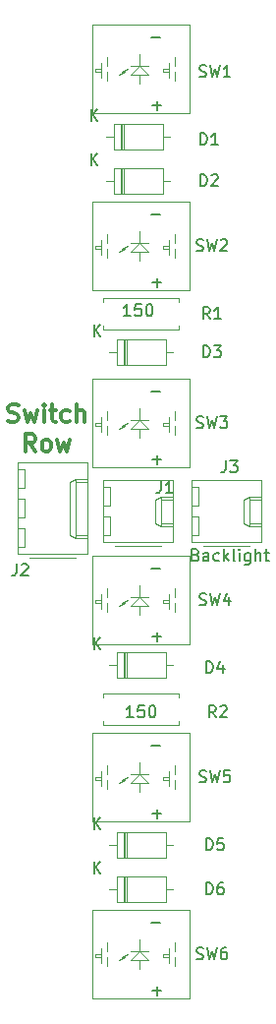
<source format=gbr>
G04 #@! TF.GenerationSoftware,KiCad,Pcbnew,(5.1.5-0-10_14)*
G04 #@! TF.CreationDate,2020-06-21T14:29:58+10:00*
G04 #@! TF.ProjectId,IFEI,49464549-2e6b-4696-9361-645f70636258,rev?*
G04 #@! TF.SameCoordinates,Original*
G04 #@! TF.FileFunction,Legend,Top*
G04 #@! TF.FilePolarity,Positive*
%FSLAX46Y46*%
G04 Gerber Fmt 4.6, Leading zero omitted, Abs format (unit mm)*
G04 Created by KiCad (PCBNEW (5.1.5-0-10_14)) date 2020-06-21 14:29:58*
%MOMM*%
%LPD*%
G04 APERTURE LIST*
%ADD10C,0.150000*%
%ADD11C,0.300000*%
%ADD12C,0.120000*%
G04 APERTURE END LIST*
D10*
X136353333Y-114994380D02*
X135781904Y-114994380D01*
X136067619Y-114994380D02*
X136067619Y-113994380D01*
X135972380Y-114137238D01*
X135877142Y-114232476D01*
X135781904Y-114280095D01*
X137258095Y-113994380D02*
X136781904Y-113994380D01*
X136734285Y-114470571D01*
X136781904Y-114422952D01*
X136877142Y-114375333D01*
X137115238Y-114375333D01*
X137210476Y-114422952D01*
X137258095Y-114470571D01*
X137305714Y-114565809D01*
X137305714Y-114803904D01*
X137258095Y-114899142D01*
X137210476Y-114946761D01*
X137115238Y-114994380D01*
X136877142Y-114994380D01*
X136781904Y-114946761D01*
X136734285Y-114899142D01*
X137924761Y-113994380D02*
X138020000Y-113994380D01*
X138115238Y-114042000D01*
X138162857Y-114089619D01*
X138210476Y-114184857D01*
X138258095Y-114375333D01*
X138258095Y-114613428D01*
X138210476Y-114803904D01*
X138162857Y-114899142D01*
X138115238Y-114946761D01*
X138020000Y-114994380D01*
X137924761Y-114994380D01*
X137829523Y-114946761D01*
X137781904Y-114899142D01*
X137734285Y-114803904D01*
X137686666Y-114613428D01*
X137686666Y-114375333D01*
X137734285Y-114184857D01*
X137781904Y-114089619D01*
X137829523Y-114042000D01*
X137924761Y-113994380D01*
X136099333Y-80450380D02*
X135527904Y-80450380D01*
X135813619Y-80450380D02*
X135813619Y-79450380D01*
X135718380Y-79593238D01*
X135623142Y-79688476D01*
X135527904Y-79736095D01*
X137004095Y-79450380D02*
X136527904Y-79450380D01*
X136480285Y-79926571D01*
X136527904Y-79878952D01*
X136623142Y-79831333D01*
X136861238Y-79831333D01*
X136956476Y-79878952D01*
X137004095Y-79926571D01*
X137051714Y-80021809D01*
X137051714Y-80259904D01*
X137004095Y-80355142D01*
X136956476Y-80402761D01*
X136861238Y-80450380D01*
X136623142Y-80450380D01*
X136527904Y-80402761D01*
X136480285Y-80355142D01*
X137670761Y-79450380D02*
X137766000Y-79450380D01*
X137861238Y-79498000D01*
X137908857Y-79545619D01*
X137956476Y-79640857D01*
X138004095Y-79831333D01*
X138004095Y-80069428D01*
X137956476Y-80259904D01*
X137908857Y-80355142D01*
X137861238Y-80402761D01*
X137766000Y-80450380D01*
X137670761Y-80450380D01*
X137575523Y-80402761D01*
X137527904Y-80355142D01*
X137480285Y-80259904D01*
X137432666Y-80069428D01*
X137432666Y-79831333D01*
X137480285Y-79640857D01*
X137527904Y-79545619D01*
X137575523Y-79498000D01*
X137670761Y-79450380D01*
X141735238Y-101008571D02*
X141878095Y-101056190D01*
X141925714Y-101103809D01*
X141973333Y-101199047D01*
X141973333Y-101341904D01*
X141925714Y-101437142D01*
X141878095Y-101484761D01*
X141782857Y-101532380D01*
X141401904Y-101532380D01*
X141401904Y-100532380D01*
X141735238Y-100532380D01*
X141830476Y-100580000D01*
X141878095Y-100627619D01*
X141925714Y-100722857D01*
X141925714Y-100818095D01*
X141878095Y-100913333D01*
X141830476Y-100960952D01*
X141735238Y-101008571D01*
X141401904Y-101008571D01*
X142830476Y-101532380D02*
X142830476Y-101008571D01*
X142782857Y-100913333D01*
X142687619Y-100865714D01*
X142497142Y-100865714D01*
X142401904Y-100913333D01*
X142830476Y-101484761D02*
X142735238Y-101532380D01*
X142497142Y-101532380D01*
X142401904Y-101484761D01*
X142354285Y-101389523D01*
X142354285Y-101294285D01*
X142401904Y-101199047D01*
X142497142Y-101151428D01*
X142735238Y-101151428D01*
X142830476Y-101103809D01*
X143735238Y-101484761D02*
X143640000Y-101532380D01*
X143449523Y-101532380D01*
X143354285Y-101484761D01*
X143306666Y-101437142D01*
X143259047Y-101341904D01*
X143259047Y-101056190D01*
X143306666Y-100960952D01*
X143354285Y-100913333D01*
X143449523Y-100865714D01*
X143640000Y-100865714D01*
X143735238Y-100913333D01*
X144163809Y-101532380D02*
X144163809Y-100532380D01*
X144259047Y-101151428D02*
X144544761Y-101532380D01*
X144544761Y-100865714D02*
X144163809Y-101246666D01*
X145116190Y-101532380D02*
X145020952Y-101484761D01*
X144973333Y-101389523D01*
X144973333Y-100532380D01*
X145497142Y-101532380D02*
X145497142Y-100865714D01*
X145497142Y-100532380D02*
X145449523Y-100580000D01*
X145497142Y-100627619D01*
X145544761Y-100580000D01*
X145497142Y-100532380D01*
X145497142Y-100627619D01*
X146401904Y-100865714D02*
X146401904Y-101675238D01*
X146354285Y-101770476D01*
X146306666Y-101818095D01*
X146211428Y-101865714D01*
X146068571Y-101865714D01*
X145973333Y-101818095D01*
X146401904Y-101484761D02*
X146306666Y-101532380D01*
X146116190Y-101532380D01*
X146020952Y-101484761D01*
X145973333Y-101437142D01*
X145925714Y-101341904D01*
X145925714Y-101056190D01*
X145973333Y-100960952D01*
X146020952Y-100913333D01*
X146116190Y-100865714D01*
X146306666Y-100865714D01*
X146401904Y-100913333D01*
X146878095Y-101532380D02*
X146878095Y-100532380D01*
X147306666Y-101532380D02*
X147306666Y-101008571D01*
X147259047Y-100913333D01*
X147163809Y-100865714D01*
X147020952Y-100865714D01*
X146925714Y-100913333D01*
X146878095Y-100960952D01*
X147640000Y-100865714D02*
X148020952Y-100865714D01*
X147782857Y-100532380D02*
X147782857Y-101389523D01*
X147830476Y-101484761D01*
X147925714Y-101532380D01*
X148020952Y-101532380D01*
D11*
X125570571Y-89490142D02*
X125784857Y-89561571D01*
X126142000Y-89561571D01*
X126284857Y-89490142D01*
X126356285Y-89418714D01*
X126427714Y-89275857D01*
X126427714Y-89133000D01*
X126356285Y-88990142D01*
X126284857Y-88918714D01*
X126142000Y-88847285D01*
X125856285Y-88775857D01*
X125713428Y-88704428D01*
X125642000Y-88633000D01*
X125570571Y-88490142D01*
X125570571Y-88347285D01*
X125642000Y-88204428D01*
X125713428Y-88133000D01*
X125856285Y-88061571D01*
X126213428Y-88061571D01*
X126427714Y-88133000D01*
X126927714Y-88561571D02*
X127213428Y-89561571D01*
X127499142Y-88847285D01*
X127784857Y-89561571D01*
X128070571Y-88561571D01*
X128642000Y-89561571D02*
X128642000Y-88561571D01*
X128642000Y-88061571D02*
X128570571Y-88133000D01*
X128642000Y-88204428D01*
X128713428Y-88133000D01*
X128642000Y-88061571D01*
X128642000Y-88204428D01*
X129142000Y-88561571D02*
X129713428Y-88561571D01*
X129356285Y-88061571D02*
X129356285Y-89347285D01*
X129427714Y-89490142D01*
X129570571Y-89561571D01*
X129713428Y-89561571D01*
X130856285Y-89490142D02*
X130713428Y-89561571D01*
X130427714Y-89561571D01*
X130284857Y-89490142D01*
X130213428Y-89418714D01*
X130142000Y-89275857D01*
X130142000Y-88847285D01*
X130213428Y-88704428D01*
X130284857Y-88633000D01*
X130427714Y-88561571D01*
X130713428Y-88561571D01*
X130856285Y-88633000D01*
X131499142Y-89561571D02*
X131499142Y-88061571D01*
X132142000Y-89561571D02*
X132142000Y-88775857D01*
X132070571Y-88633000D01*
X131927714Y-88561571D01*
X131713428Y-88561571D01*
X131570571Y-88633000D01*
X131499142Y-88704428D01*
X127892000Y-92111571D02*
X127392000Y-91397285D01*
X127034857Y-92111571D02*
X127034857Y-90611571D01*
X127606285Y-90611571D01*
X127749142Y-90683000D01*
X127820571Y-90754428D01*
X127892000Y-90897285D01*
X127892000Y-91111571D01*
X127820571Y-91254428D01*
X127749142Y-91325857D01*
X127606285Y-91397285D01*
X127034857Y-91397285D01*
X128749142Y-92111571D02*
X128606285Y-92040142D01*
X128534857Y-91968714D01*
X128463428Y-91825857D01*
X128463428Y-91397285D01*
X128534857Y-91254428D01*
X128606285Y-91183000D01*
X128749142Y-91111571D01*
X128963428Y-91111571D01*
X129106285Y-91183000D01*
X129177714Y-91254428D01*
X129249142Y-91397285D01*
X129249142Y-91825857D01*
X129177714Y-91968714D01*
X129106285Y-92040142D01*
X128963428Y-92111571D01*
X128749142Y-92111571D01*
X129749142Y-91111571D02*
X130034857Y-92111571D01*
X130320571Y-91397285D01*
X130606285Y-92111571D01*
X130892000Y-91111571D01*
D12*
X141188000Y-124000000D02*
X139918000Y-124000000D01*
X141190000Y-116380000D02*
X141188000Y-124000000D01*
X132800000Y-116380000D02*
X141182000Y-116380000D01*
X132806000Y-124000000D02*
X132820000Y-116380000D01*
X140934000Y-124000000D02*
X132806000Y-124000000D01*
X133060000Y-120190000D02*
X133568000Y-120190000D01*
X134076000Y-121206000D02*
X134076000Y-120444000D01*
X133060000Y-120444000D02*
X133060000Y-120190000D01*
X133568000Y-120952000D02*
X133568000Y-119682000D01*
X134076000Y-119936000D02*
X134076000Y-119174000D01*
X133568000Y-120444000D02*
X133060000Y-120444000D01*
X138902000Y-120190000D02*
X139410000Y-120190000D01*
X138902000Y-120444000D02*
X138902000Y-120190000D01*
X139410000Y-120444000D02*
X138902000Y-120444000D01*
X139410000Y-120952000D02*
X139410000Y-119682000D01*
X139918000Y-119936000D02*
X139918000Y-119174000D01*
X139918000Y-121206000D02*
X139918000Y-120444000D01*
X135346000Y-120444000D02*
X135854000Y-120190000D01*
X135600000Y-120444000D02*
X135346000Y-120444000D01*
X135092000Y-120698000D02*
X135600000Y-120444000D01*
X136870000Y-119936000D02*
X136870000Y-118920000D01*
X137632000Y-119936000D02*
X136870000Y-119936000D01*
X136108000Y-119936000D02*
X137632000Y-119936000D01*
X137632000Y-120698000D02*
X136870000Y-120698000D01*
X136870000Y-119936000D02*
X137632000Y-120698000D01*
X136108000Y-120698000D02*
X136870000Y-119936000D01*
X136870000Y-120698000D02*
X136108000Y-120698000D01*
X136870000Y-121460000D02*
X136870000Y-120698000D01*
X140290000Y-115658000D02*
X140290000Y-115328000D01*
X133750000Y-115658000D02*
X140290000Y-115658000D01*
X133750000Y-115328000D02*
X133750000Y-115658000D01*
X140290000Y-112918000D02*
X140290000Y-113248000D01*
X133750000Y-112918000D02*
X140290000Y-112918000D01*
X133750000Y-113248000D02*
X133750000Y-112918000D01*
X133750000Y-78882000D02*
X133750000Y-79212000D01*
X140290000Y-78882000D02*
X133750000Y-78882000D01*
X140290000Y-79212000D02*
X140290000Y-78882000D01*
X133750000Y-81622000D02*
X133750000Y-81292000D01*
X140290000Y-81622000D02*
X133750000Y-81622000D01*
X140290000Y-81292000D02*
X140290000Y-81622000D01*
X141956000Y-95200000D02*
X141356000Y-95200000D01*
X141956000Y-96800000D02*
X141956000Y-95200000D01*
X141356000Y-96800000D02*
X141956000Y-96800000D01*
X141956000Y-97740000D02*
X141356000Y-97740000D01*
X141956000Y-99340000D02*
X141956000Y-97740000D01*
X141356000Y-99340000D02*
X141956000Y-99340000D01*
X147376000Y-96250000D02*
X146376000Y-96250000D01*
X147376000Y-98290000D02*
X146376000Y-98290000D01*
X145846000Y-96250000D02*
X146376000Y-96000000D01*
X145846000Y-98290000D02*
X145846000Y-96250000D01*
X146376000Y-98540000D02*
X145846000Y-98290000D01*
X146376000Y-96000000D02*
X147376000Y-96000000D01*
X146376000Y-98540000D02*
X146376000Y-96000000D01*
X147376000Y-98540000D02*
X146376000Y-98540000D01*
X142386000Y-100210000D02*
X146386000Y-100210000D01*
X141356000Y-94620000D02*
X141356000Y-99920000D01*
X147376000Y-94620000D02*
X141356000Y-94620000D01*
X147376000Y-99920000D02*
X147376000Y-94620000D01*
X141356000Y-99920000D02*
X147376000Y-99920000D01*
X126970000Y-93676000D02*
X126370000Y-93676000D01*
X126970000Y-95276000D02*
X126970000Y-93676000D01*
X126370000Y-95276000D02*
X126970000Y-95276000D01*
X126970000Y-96216000D02*
X126370000Y-96216000D01*
X126970000Y-97816000D02*
X126970000Y-96216000D01*
X126370000Y-97816000D02*
X126970000Y-97816000D01*
X126970000Y-98756000D02*
X126370000Y-98756000D01*
X126970000Y-100356000D02*
X126970000Y-98756000D01*
X126370000Y-100356000D02*
X126970000Y-100356000D01*
X132390000Y-94726000D02*
X131390000Y-94726000D01*
X132390000Y-99306000D02*
X131390000Y-99306000D01*
X130860000Y-94726000D02*
X131390000Y-94476000D01*
X130860000Y-99306000D02*
X130860000Y-94726000D01*
X131390000Y-99556000D02*
X130860000Y-99306000D01*
X131390000Y-94476000D02*
X132390000Y-94476000D01*
X131390000Y-99556000D02*
X131390000Y-94476000D01*
X132390000Y-99556000D02*
X131390000Y-99556000D01*
X127400000Y-101226000D02*
X131400000Y-101226000D01*
X126370000Y-93096000D02*
X126370000Y-100936000D01*
X132390000Y-93096000D02*
X126370000Y-93096000D01*
X132390000Y-100936000D02*
X132390000Y-93096000D01*
X126370000Y-100936000D02*
X132390000Y-100936000D01*
X134336000Y-95200000D02*
X133736000Y-95200000D01*
X134336000Y-96800000D02*
X134336000Y-95200000D01*
X133736000Y-96800000D02*
X134336000Y-96800000D01*
X134336000Y-97740000D02*
X133736000Y-97740000D01*
X134336000Y-99340000D02*
X134336000Y-97740000D01*
X133736000Y-99340000D02*
X134336000Y-99340000D01*
X139756000Y-96250000D02*
X138756000Y-96250000D01*
X139756000Y-98290000D02*
X138756000Y-98290000D01*
X138226000Y-96250000D02*
X138756000Y-96000000D01*
X138226000Y-98290000D02*
X138226000Y-96250000D01*
X138756000Y-98540000D02*
X138226000Y-98290000D01*
X138756000Y-96000000D02*
X139756000Y-96000000D01*
X138756000Y-98540000D02*
X138756000Y-96000000D01*
X139756000Y-98540000D02*
X138756000Y-98540000D01*
X134766000Y-100210000D02*
X138766000Y-100210000D01*
X133736000Y-94620000D02*
X133736000Y-99920000D01*
X139756000Y-94620000D02*
X133736000Y-94620000D01*
X139756000Y-99920000D02*
X139756000Y-94620000D01*
X133736000Y-99920000D02*
X139756000Y-99920000D01*
X135500000Y-128662000D02*
X135500000Y-130902000D01*
X135740000Y-128662000D02*
X135740000Y-130902000D01*
X135620000Y-128662000D02*
X135620000Y-130902000D01*
X139790000Y-129782000D02*
X139140000Y-129782000D01*
X134250000Y-129782000D02*
X134900000Y-129782000D01*
X139140000Y-128662000D02*
X134900000Y-128662000D01*
X139140000Y-130902000D02*
X139140000Y-128662000D01*
X134900000Y-130902000D02*
X139140000Y-130902000D01*
X134900000Y-128662000D02*
X134900000Y-130902000D01*
X135500000Y-124852000D02*
X135500000Y-127092000D01*
X135740000Y-124852000D02*
X135740000Y-127092000D01*
X135620000Y-124852000D02*
X135620000Y-127092000D01*
X139790000Y-125972000D02*
X139140000Y-125972000D01*
X134250000Y-125972000D02*
X134900000Y-125972000D01*
X139140000Y-124852000D02*
X134900000Y-124852000D01*
X139140000Y-127092000D02*
X139140000Y-124852000D01*
X134900000Y-127092000D02*
X139140000Y-127092000D01*
X134900000Y-124852000D02*
X134900000Y-127092000D01*
X135500000Y-109358000D02*
X135500000Y-111598000D01*
X135740000Y-109358000D02*
X135740000Y-111598000D01*
X135620000Y-109358000D02*
X135620000Y-111598000D01*
X139790000Y-110478000D02*
X139140000Y-110478000D01*
X134250000Y-110478000D02*
X134900000Y-110478000D01*
X139140000Y-109358000D02*
X134900000Y-109358000D01*
X139140000Y-111598000D02*
X139140000Y-109358000D01*
X134900000Y-111598000D02*
X139140000Y-111598000D01*
X134900000Y-109358000D02*
X134900000Y-111598000D01*
X135500000Y-82434000D02*
X135500000Y-84674000D01*
X135740000Y-82434000D02*
X135740000Y-84674000D01*
X135620000Y-82434000D02*
X135620000Y-84674000D01*
X139790000Y-83554000D02*
X139140000Y-83554000D01*
X134250000Y-83554000D02*
X134900000Y-83554000D01*
X139140000Y-82434000D02*
X134900000Y-82434000D01*
X139140000Y-84674000D02*
X139140000Y-82434000D01*
X134900000Y-84674000D02*
X139140000Y-84674000D01*
X134900000Y-82434000D02*
X134900000Y-84674000D01*
X135246000Y-67702000D02*
X135246000Y-69942000D01*
X135486000Y-67702000D02*
X135486000Y-69942000D01*
X135366000Y-67702000D02*
X135366000Y-69942000D01*
X139536000Y-68822000D02*
X138886000Y-68822000D01*
X133996000Y-68822000D02*
X134646000Y-68822000D01*
X138886000Y-67702000D02*
X134646000Y-67702000D01*
X138886000Y-69942000D02*
X138886000Y-67702000D01*
X134646000Y-69942000D02*
X138886000Y-69942000D01*
X134646000Y-67702000D02*
X134646000Y-69942000D01*
X135246000Y-63892000D02*
X135246000Y-66132000D01*
X135486000Y-63892000D02*
X135486000Y-66132000D01*
X135366000Y-63892000D02*
X135366000Y-66132000D01*
X139536000Y-65012000D02*
X138886000Y-65012000D01*
X133996000Y-65012000D02*
X134646000Y-65012000D01*
X138886000Y-63892000D02*
X134646000Y-63892000D01*
X138886000Y-66132000D02*
X138886000Y-63892000D01*
X134646000Y-66132000D02*
X138886000Y-66132000D01*
X134646000Y-63892000D02*
X134646000Y-66132000D01*
X141188000Y-139240000D02*
X139918000Y-139240000D01*
X141190000Y-131620000D02*
X141188000Y-139240000D01*
X132800000Y-131620000D02*
X141182000Y-131620000D01*
X132806000Y-139240000D02*
X132820000Y-131620000D01*
X140934000Y-139240000D02*
X132806000Y-139240000D01*
X133060000Y-135430000D02*
X133568000Y-135430000D01*
X134076000Y-136446000D02*
X134076000Y-135684000D01*
X133060000Y-135684000D02*
X133060000Y-135430000D01*
X133568000Y-136192000D02*
X133568000Y-134922000D01*
X134076000Y-135176000D02*
X134076000Y-134414000D01*
X133568000Y-135684000D02*
X133060000Y-135684000D01*
X138902000Y-135430000D02*
X139410000Y-135430000D01*
X138902000Y-135684000D02*
X138902000Y-135430000D01*
X139410000Y-135684000D02*
X138902000Y-135684000D01*
X139410000Y-136192000D02*
X139410000Y-134922000D01*
X139918000Y-135176000D02*
X139918000Y-134414000D01*
X139918000Y-136446000D02*
X139918000Y-135684000D01*
X135346000Y-135684000D02*
X135854000Y-135430000D01*
X135600000Y-135684000D02*
X135346000Y-135684000D01*
X135092000Y-135938000D02*
X135600000Y-135684000D01*
X136870000Y-135176000D02*
X136870000Y-134160000D01*
X137632000Y-135176000D02*
X136870000Y-135176000D01*
X136108000Y-135176000D02*
X137632000Y-135176000D01*
X137632000Y-135938000D02*
X136870000Y-135938000D01*
X136870000Y-135176000D02*
X137632000Y-135938000D01*
X136108000Y-135938000D02*
X136870000Y-135176000D01*
X136870000Y-135938000D02*
X136108000Y-135938000D01*
X136870000Y-136700000D02*
X136870000Y-135938000D01*
X141188000Y-108760000D02*
X139918000Y-108760000D01*
X141190000Y-101140000D02*
X141188000Y-108760000D01*
X132800000Y-101140000D02*
X141182000Y-101140000D01*
X132806000Y-108760000D02*
X132820000Y-101140000D01*
X140934000Y-108760000D02*
X132806000Y-108760000D01*
X133060000Y-104950000D02*
X133568000Y-104950000D01*
X134076000Y-105966000D02*
X134076000Y-105204000D01*
X133060000Y-105204000D02*
X133060000Y-104950000D01*
X133568000Y-105712000D02*
X133568000Y-104442000D01*
X134076000Y-104696000D02*
X134076000Y-103934000D01*
X133568000Y-105204000D02*
X133060000Y-105204000D01*
X138902000Y-104950000D02*
X139410000Y-104950000D01*
X138902000Y-105204000D02*
X138902000Y-104950000D01*
X139410000Y-105204000D02*
X138902000Y-105204000D01*
X139410000Y-105712000D02*
X139410000Y-104442000D01*
X139918000Y-104696000D02*
X139918000Y-103934000D01*
X139918000Y-105966000D02*
X139918000Y-105204000D01*
X135346000Y-105204000D02*
X135854000Y-104950000D01*
X135600000Y-105204000D02*
X135346000Y-105204000D01*
X135092000Y-105458000D02*
X135600000Y-105204000D01*
X136870000Y-104696000D02*
X136870000Y-103680000D01*
X137632000Y-104696000D02*
X136870000Y-104696000D01*
X136108000Y-104696000D02*
X137632000Y-104696000D01*
X137632000Y-105458000D02*
X136870000Y-105458000D01*
X136870000Y-104696000D02*
X137632000Y-105458000D01*
X136108000Y-105458000D02*
X136870000Y-104696000D01*
X136870000Y-105458000D02*
X136108000Y-105458000D01*
X136870000Y-106220000D02*
X136870000Y-105458000D01*
X141188000Y-93520000D02*
X139918000Y-93520000D01*
X141190000Y-85900000D02*
X141188000Y-93520000D01*
X132800000Y-85900000D02*
X141182000Y-85900000D01*
X132806000Y-93520000D02*
X132820000Y-85900000D01*
X140934000Y-93520000D02*
X132806000Y-93520000D01*
X133060000Y-89710000D02*
X133568000Y-89710000D01*
X134076000Y-90726000D02*
X134076000Y-89964000D01*
X133060000Y-89964000D02*
X133060000Y-89710000D01*
X133568000Y-90472000D02*
X133568000Y-89202000D01*
X134076000Y-89456000D02*
X134076000Y-88694000D01*
X133568000Y-89964000D02*
X133060000Y-89964000D01*
X138902000Y-89710000D02*
X139410000Y-89710000D01*
X138902000Y-89964000D02*
X138902000Y-89710000D01*
X139410000Y-89964000D02*
X138902000Y-89964000D01*
X139410000Y-90472000D02*
X139410000Y-89202000D01*
X139918000Y-89456000D02*
X139918000Y-88694000D01*
X139918000Y-90726000D02*
X139918000Y-89964000D01*
X135346000Y-89964000D02*
X135854000Y-89710000D01*
X135600000Y-89964000D02*
X135346000Y-89964000D01*
X135092000Y-90218000D02*
X135600000Y-89964000D01*
X136870000Y-89456000D02*
X136870000Y-88440000D01*
X137632000Y-89456000D02*
X136870000Y-89456000D01*
X136108000Y-89456000D02*
X137632000Y-89456000D01*
X137632000Y-90218000D02*
X136870000Y-90218000D01*
X136870000Y-89456000D02*
X137632000Y-90218000D01*
X136108000Y-90218000D02*
X136870000Y-89456000D01*
X136870000Y-90218000D02*
X136108000Y-90218000D01*
X136870000Y-90980000D02*
X136870000Y-90218000D01*
X141188000Y-78280000D02*
X139918000Y-78280000D01*
X141190000Y-70660000D02*
X141188000Y-78280000D01*
X132800000Y-70660000D02*
X141182000Y-70660000D01*
X132806000Y-78280000D02*
X132820000Y-70660000D01*
X140934000Y-78280000D02*
X132806000Y-78280000D01*
X133060000Y-74470000D02*
X133568000Y-74470000D01*
X134076000Y-75486000D02*
X134076000Y-74724000D01*
X133060000Y-74724000D02*
X133060000Y-74470000D01*
X133568000Y-75232000D02*
X133568000Y-73962000D01*
X134076000Y-74216000D02*
X134076000Y-73454000D01*
X133568000Y-74724000D02*
X133060000Y-74724000D01*
X138902000Y-74470000D02*
X139410000Y-74470000D01*
X138902000Y-74724000D02*
X138902000Y-74470000D01*
X139410000Y-74724000D02*
X138902000Y-74724000D01*
X139410000Y-75232000D02*
X139410000Y-73962000D01*
X139918000Y-74216000D02*
X139918000Y-73454000D01*
X139918000Y-75486000D02*
X139918000Y-74724000D01*
X135346000Y-74724000D02*
X135854000Y-74470000D01*
X135600000Y-74724000D02*
X135346000Y-74724000D01*
X135092000Y-74978000D02*
X135600000Y-74724000D01*
X136870000Y-74216000D02*
X136870000Y-73200000D01*
X137632000Y-74216000D02*
X136870000Y-74216000D01*
X136108000Y-74216000D02*
X137632000Y-74216000D01*
X137632000Y-74978000D02*
X136870000Y-74978000D01*
X136870000Y-74216000D02*
X137632000Y-74978000D01*
X136108000Y-74978000D02*
X136870000Y-74216000D01*
X136870000Y-74978000D02*
X136108000Y-74978000D01*
X136870000Y-75740000D02*
X136870000Y-74978000D01*
X141188000Y-63040000D02*
X139918000Y-63040000D01*
X141190000Y-55420000D02*
X141188000Y-63040000D01*
X132800000Y-55420000D02*
X141182000Y-55420000D01*
X132806000Y-63040000D02*
X132820000Y-55420000D01*
X140934000Y-63040000D02*
X132806000Y-63040000D01*
X133060000Y-59230000D02*
X133568000Y-59230000D01*
X134076000Y-60246000D02*
X134076000Y-59484000D01*
X133060000Y-59484000D02*
X133060000Y-59230000D01*
X133568000Y-59992000D02*
X133568000Y-58722000D01*
X134076000Y-58976000D02*
X134076000Y-58214000D01*
X133568000Y-59484000D02*
X133060000Y-59484000D01*
X138902000Y-59230000D02*
X139410000Y-59230000D01*
X138902000Y-59484000D02*
X138902000Y-59230000D01*
X139410000Y-59484000D02*
X138902000Y-59484000D01*
X139410000Y-59992000D02*
X139410000Y-58722000D01*
X139918000Y-58976000D02*
X139918000Y-58214000D01*
X139918000Y-60246000D02*
X139918000Y-59484000D01*
X135346000Y-59484000D02*
X135854000Y-59230000D01*
X135600000Y-59484000D02*
X135346000Y-59484000D01*
X135092000Y-59738000D02*
X135600000Y-59484000D01*
X136870000Y-58976000D02*
X136870000Y-57960000D01*
X137632000Y-58976000D02*
X136870000Y-58976000D01*
X136108000Y-58976000D02*
X137632000Y-58976000D01*
X137632000Y-59738000D02*
X136870000Y-59738000D01*
X136870000Y-58976000D02*
X137632000Y-59738000D01*
X136108000Y-59738000D02*
X136870000Y-58976000D01*
X136870000Y-59738000D02*
X136108000Y-59738000D01*
X136870000Y-60500000D02*
X136870000Y-59738000D01*
D10*
X142036666Y-120534760D02*
X142179523Y-120582379D01*
X142417619Y-120582379D01*
X142512857Y-120534760D01*
X142560476Y-120487141D01*
X142608095Y-120391903D01*
X142608095Y-120296665D01*
X142560476Y-120201427D01*
X142512857Y-120153808D01*
X142417619Y-120106189D01*
X142227142Y-120058570D01*
X142131904Y-120010951D01*
X142084285Y-119963332D01*
X142036666Y-119868094D01*
X142036666Y-119772856D01*
X142084285Y-119677618D01*
X142131904Y-119629999D01*
X142227142Y-119582379D01*
X142465238Y-119582379D01*
X142608095Y-119629999D01*
X142941428Y-119582379D02*
X143179523Y-120582379D01*
X143370000Y-119868094D01*
X143560476Y-120582379D01*
X143798571Y-119582379D01*
X144655714Y-119582379D02*
X144179523Y-119582379D01*
X144131904Y-120058570D01*
X144179523Y-120010951D01*
X144274761Y-119963332D01*
X144512857Y-119963332D01*
X144608095Y-120010951D01*
X144655714Y-120058570D01*
X144703333Y-120153808D01*
X144703333Y-120391903D01*
X144655714Y-120487141D01*
X144608095Y-120534760D01*
X144512857Y-120582379D01*
X144274761Y-120582379D01*
X144179523Y-120534760D01*
X144131904Y-120487141D01*
X137909047Y-117451428D02*
X138670952Y-117451428D01*
X138013047Y-123309428D02*
X138774952Y-123309428D01*
X138394000Y-123690380D02*
X138394000Y-122928476D01*
X143457333Y-114994380D02*
X143124000Y-114518190D01*
X142885904Y-114994380D02*
X142885904Y-113994380D01*
X143266857Y-113994380D01*
X143362095Y-114042000D01*
X143409714Y-114089619D01*
X143457333Y-114184857D01*
X143457333Y-114327714D01*
X143409714Y-114422952D01*
X143362095Y-114470571D01*
X143266857Y-114518190D01*
X142885904Y-114518190D01*
X143838285Y-114089619D02*
X143885904Y-114042000D01*
X143981142Y-113994380D01*
X144219238Y-113994380D01*
X144314476Y-114042000D01*
X144362095Y-114089619D01*
X144409714Y-114184857D01*
X144409714Y-114280095D01*
X144362095Y-114422952D01*
X143790666Y-114994380D01*
X144409714Y-114994380D01*
X142949333Y-80704380D02*
X142616000Y-80228190D01*
X142377904Y-80704380D02*
X142377904Y-79704380D01*
X142758857Y-79704380D01*
X142854095Y-79752000D01*
X142901714Y-79799619D01*
X142949333Y-79894857D01*
X142949333Y-80037714D01*
X142901714Y-80132952D01*
X142854095Y-80180571D01*
X142758857Y-80228190D01*
X142377904Y-80228190D01*
X143901714Y-80704380D02*
X143330285Y-80704380D01*
X143616000Y-80704380D02*
X143616000Y-79704380D01*
X143520761Y-79847238D01*
X143425523Y-79942476D01*
X143330285Y-79990095D01*
X144306666Y-92912380D02*
X144306666Y-93626666D01*
X144259047Y-93769523D01*
X144163809Y-93864761D01*
X144020952Y-93912380D01*
X143925714Y-93912380D01*
X144687619Y-92912380D02*
X145306666Y-92912380D01*
X144973333Y-93293333D01*
X145116190Y-93293333D01*
X145211428Y-93340952D01*
X145259047Y-93388571D01*
X145306666Y-93483809D01*
X145306666Y-93721904D01*
X145259047Y-93817142D01*
X145211428Y-93864761D01*
X145116190Y-93912380D01*
X144830476Y-93912380D01*
X144735238Y-93864761D01*
X144687619Y-93817142D01*
X126272666Y-101802380D02*
X126272666Y-102516666D01*
X126225047Y-102659523D01*
X126129809Y-102754761D01*
X125986952Y-102802380D01*
X125891714Y-102802380D01*
X126701238Y-101897619D02*
X126748857Y-101850000D01*
X126844095Y-101802380D01*
X127082190Y-101802380D01*
X127177428Y-101850000D01*
X127225047Y-101897619D01*
X127272666Y-101992857D01*
X127272666Y-102088095D01*
X127225047Y-102230952D01*
X126653619Y-102802380D01*
X127272666Y-102802380D01*
X138718666Y-94690380D02*
X138718666Y-95404666D01*
X138671047Y-95547523D01*
X138575809Y-95642761D01*
X138432952Y-95690380D01*
X138337714Y-95690380D01*
X139718666Y-95690380D02*
X139147238Y-95690380D01*
X139432952Y-95690380D02*
X139432952Y-94690380D01*
X139337714Y-94833238D01*
X139242476Y-94928476D01*
X139147238Y-94976095D01*
X142631904Y-130234380D02*
X142631904Y-129234380D01*
X142870000Y-129234380D01*
X143012857Y-129282000D01*
X143108095Y-129377238D01*
X143155714Y-129472476D01*
X143203333Y-129662952D01*
X143203333Y-129805809D01*
X143155714Y-129996285D01*
X143108095Y-130091523D01*
X143012857Y-130186761D01*
X142870000Y-130234380D01*
X142631904Y-130234380D01*
X144060476Y-129234380D02*
X143870000Y-129234380D01*
X143774761Y-129282000D01*
X143727142Y-129329619D01*
X143631904Y-129472476D01*
X143584285Y-129662952D01*
X143584285Y-130043904D01*
X143631904Y-130139142D01*
X143679523Y-130186761D01*
X143774761Y-130234380D01*
X143965238Y-130234380D01*
X144060476Y-130186761D01*
X144108095Y-130139142D01*
X144155714Y-130043904D01*
X144155714Y-129805809D01*
X144108095Y-129710571D01*
X144060476Y-129662952D01*
X143965238Y-129615333D01*
X143774761Y-129615333D01*
X143679523Y-129662952D01*
X143631904Y-129710571D01*
X143584285Y-129805809D01*
X132948095Y-128434380D02*
X132948095Y-127434380D01*
X133519523Y-128434380D02*
X133090952Y-127862952D01*
X133519523Y-127434380D02*
X132948095Y-128005809D01*
X142631904Y-126424380D02*
X142631904Y-125424380D01*
X142870000Y-125424380D01*
X143012857Y-125472000D01*
X143108095Y-125567238D01*
X143155714Y-125662476D01*
X143203333Y-125852952D01*
X143203333Y-125995809D01*
X143155714Y-126186285D01*
X143108095Y-126281523D01*
X143012857Y-126376761D01*
X142870000Y-126424380D01*
X142631904Y-126424380D01*
X144108095Y-125424380D02*
X143631904Y-125424380D01*
X143584285Y-125900571D01*
X143631904Y-125852952D01*
X143727142Y-125805333D01*
X143965238Y-125805333D01*
X144060476Y-125852952D01*
X144108095Y-125900571D01*
X144155714Y-125995809D01*
X144155714Y-126233904D01*
X144108095Y-126329142D01*
X144060476Y-126376761D01*
X143965238Y-126424380D01*
X143727142Y-126424380D01*
X143631904Y-126376761D01*
X143584285Y-126329142D01*
X132948095Y-124624380D02*
X132948095Y-123624380D01*
X133519523Y-124624380D02*
X133090952Y-124052952D01*
X133519523Y-123624380D02*
X132948095Y-124195809D01*
X142631904Y-111184380D02*
X142631904Y-110184380D01*
X142870000Y-110184380D01*
X143012857Y-110232000D01*
X143108095Y-110327238D01*
X143155714Y-110422476D01*
X143203333Y-110612952D01*
X143203333Y-110755809D01*
X143155714Y-110946285D01*
X143108095Y-111041523D01*
X143012857Y-111136761D01*
X142870000Y-111184380D01*
X142631904Y-111184380D01*
X144060476Y-110517714D02*
X144060476Y-111184380D01*
X143822380Y-110136761D02*
X143584285Y-110851047D01*
X144203333Y-110851047D01*
X132948095Y-109130380D02*
X132948095Y-108130380D01*
X133519523Y-109130380D02*
X133090952Y-108558952D01*
X133519523Y-108130380D02*
X132948095Y-108701809D01*
X142377904Y-84006380D02*
X142377904Y-83006380D01*
X142616000Y-83006380D01*
X142758857Y-83054000D01*
X142854095Y-83149238D01*
X142901714Y-83244476D01*
X142949333Y-83434952D01*
X142949333Y-83577809D01*
X142901714Y-83768285D01*
X142854095Y-83863523D01*
X142758857Y-83958761D01*
X142616000Y-84006380D01*
X142377904Y-84006380D01*
X143282666Y-83006380D02*
X143901714Y-83006380D01*
X143568380Y-83387333D01*
X143711238Y-83387333D01*
X143806476Y-83434952D01*
X143854095Y-83482571D01*
X143901714Y-83577809D01*
X143901714Y-83815904D01*
X143854095Y-83911142D01*
X143806476Y-83958761D01*
X143711238Y-84006380D01*
X143425523Y-84006380D01*
X143330285Y-83958761D01*
X143282666Y-83911142D01*
X132948095Y-82206380D02*
X132948095Y-81206380D01*
X133519523Y-82206380D02*
X133090952Y-81634952D01*
X133519523Y-81206380D02*
X132948095Y-81777809D01*
X142123904Y-69274380D02*
X142123904Y-68274380D01*
X142362000Y-68274380D01*
X142504857Y-68322000D01*
X142600095Y-68417238D01*
X142647714Y-68512476D01*
X142695333Y-68702952D01*
X142695333Y-68845809D01*
X142647714Y-69036285D01*
X142600095Y-69131523D01*
X142504857Y-69226761D01*
X142362000Y-69274380D01*
X142123904Y-69274380D01*
X143076285Y-68369619D02*
X143123904Y-68322000D01*
X143219142Y-68274380D01*
X143457238Y-68274380D01*
X143552476Y-68322000D01*
X143600095Y-68369619D01*
X143647714Y-68464857D01*
X143647714Y-68560095D01*
X143600095Y-68702952D01*
X143028666Y-69274380D01*
X143647714Y-69274380D01*
X132694095Y-67474380D02*
X132694095Y-66474380D01*
X133265523Y-67474380D02*
X132836952Y-66902952D01*
X133265523Y-66474380D02*
X132694095Y-67045809D01*
X142123904Y-65718380D02*
X142123904Y-64718380D01*
X142362000Y-64718380D01*
X142504857Y-64766000D01*
X142600095Y-64861238D01*
X142647714Y-64956476D01*
X142695333Y-65146952D01*
X142695333Y-65289809D01*
X142647714Y-65480285D01*
X142600095Y-65575523D01*
X142504857Y-65670761D01*
X142362000Y-65718380D01*
X142123904Y-65718380D01*
X143647714Y-65718380D02*
X143076285Y-65718380D01*
X143362000Y-65718380D02*
X143362000Y-64718380D01*
X143266761Y-64861238D01*
X143171523Y-64956476D01*
X143076285Y-65004095D01*
X132694095Y-63664380D02*
X132694095Y-62664380D01*
X133265523Y-63664380D02*
X132836952Y-63092952D01*
X133265523Y-62664380D02*
X132694095Y-63235809D01*
X141782666Y-135774760D02*
X141925523Y-135822379D01*
X142163619Y-135822379D01*
X142258857Y-135774760D01*
X142306476Y-135727141D01*
X142354095Y-135631903D01*
X142354095Y-135536665D01*
X142306476Y-135441427D01*
X142258857Y-135393808D01*
X142163619Y-135346189D01*
X141973142Y-135298570D01*
X141877904Y-135250951D01*
X141830285Y-135203332D01*
X141782666Y-135108094D01*
X141782666Y-135012856D01*
X141830285Y-134917618D01*
X141877904Y-134869999D01*
X141973142Y-134822379D01*
X142211238Y-134822379D01*
X142354095Y-134869999D01*
X142687428Y-134822379D02*
X142925523Y-135822379D01*
X143116000Y-135108094D01*
X143306476Y-135822379D01*
X143544571Y-134822379D01*
X144354095Y-134822379D02*
X144163619Y-134822379D01*
X144068380Y-134869999D01*
X144020761Y-134917618D01*
X143925523Y-135060475D01*
X143877904Y-135250951D01*
X143877904Y-135631903D01*
X143925523Y-135727141D01*
X143973142Y-135774760D01*
X144068380Y-135822379D01*
X144258857Y-135822379D01*
X144354095Y-135774760D01*
X144401714Y-135727141D01*
X144449333Y-135631903D01*
X144449333Y-135393808D01*
X144401714Y-135298570D01*
X144354095Y-135250951D01*
X144258857Y-135203332D01*
X144068380Y-135203332D01*
X143973142Y-135250951D01*
X143925523Y-135298570D01*
X143877904Y-135393808D01*
X137909047Y-132691428D02*
X138670952Y-132691428D01*
X138013047Y-138549428D02*
X138774952Y-138549428D01*
X138394000Y-138930380D02*
X138394000Y-138168476D01*
X142036666Y-105294760D02*
X142179523Y-105342379D01*
X142417619Y-105342379D01*
X142512857Y-105294760D01*
X142560476Y-105247141D01*
X142608095Y-105151903D01*
X142608095Y-105056665D01*
X142560476Y-104961427D01*
X142512857Y-104913808D01*
X142417619Y-104866189D01*
X142227142Y-104818570D01*
X142131904Y-104770951D01*
X142084285Y-104723332D01*
X142036666Y-104628094D01*
X142036666Y-104532856D01*
X142084285Y-104437618D01*
X142131904Y-104389999D01*
X142227142Y-104342379D01*
X142465238Y-104342379D01*
X142608095Y-104389999D01*
X142941428Y-104342379D02*
X143179523Y-105342379D01*
X143370000Y-104628094D01*
X143560476Y-105342379D01*
X143798571Y-104342379D01*
X144608095Y-104675713D02*
X144608095Y-105342379D01*
X144370000Y-104294760D02*
X144131904Y-105009046D01*
X144750952Y-105009046D01*
X137909047Y-102211428D02*
X138670952Y-102211428D01*
X138013047Y-108069428D02*
X138774952Y-108069428D01*
X138394000Y-108450380D02*
X138394000Y-107688476D01*
X141782666Y-90054760D02*
X141925523Y-90102379D01*
X142163619Y-90102379D01*
X142258857Y-90054760D01*
X142306476Y-90007141D01*
X142354095Y-89911903D01*
X142354095Y-89816665D01*
X142306476Y-89721427D01*
X142258857Y-89673808D01*
X142163619Y-89626189D01*
X141973142Y-89578570D01*
X141877904Y-89530951D01*
X141830285Y-89483332D01*
X141782666Y-89388094D01*
X141782666Y-89292856D01*
X141830285Y-89197618D01*
X141877904Y-89149999D01*
X141973142Y-89102379D01*
X142211238Y-89102379D01*
X142354095Y-89149999D01*
X142687428Y-89102379D02*
X142925523Y-90102379D01*
X143116000Y-89388094D01*
X143306476Y-90102379D01*
X143544571Y-89102379D01*
X143830285Y-89102379D02*
X144449333Y-89102379D01*
X144116000Y-89483332D01*
X144258857Y-89483332D01*
X144354095Y-89530951D01*
X144401714Y-89578570D01*
X144449333Y-89673808D01*
X144449333Y-89911903D01*
X144401714Y-90007141D01*
X144354095Y-90054760D01*
X144258857Y-90102379D01*
X143973142Y-90102379D01*
X143877904Y-90054760D01*
X143830285Y-90007141D01*
X137909047Y-86971428D02*
X138670952Y-86971428D01*
X138013047Y-92829428D02*
X138774952Y-92829428D01*
X138394000Y-93210380D02*
X138394000Y-92448476D01*
X141782666Y-74814760D02*
X141925523Y-74862379D01*
X142163619Y-74862379D01*
X142258857Y-74814760D01*
X142306476Y-74767141D01*
X142354095Y-74671903D01*
X142354095Y-74576665D01*
X142306476Y-74481427D01*
X142258857Y-74433808D01*
X142163619Y-74386189D01*
X141973142Y-74338570D01*
X141877904Y-74290951D01*
X141830285Y-74243332D01*
X141782666Y-74148094D01*
X141782666Y-74052856D01*
X141830285Y-73957618D01*
X141877904Y-73909999D01*
X141973142Y-73862379D01*
X142211238Y-73862379D01*
X142354095Y-73909999D01*
X142687428Y-73862379D02*
X142925523Y-74862379D01*
X143116000Y-74148094D01*
X143306476Y-74862379D01*
X143544571Y-73862379D01*
X143877904Y-73957618D02*
X143925523Y-73909999D01*
X144020761Y-73862379D01*
X144258857Y-73862379D01*
X144354095Y-73909999D01*
X144401714Y-73957618D01*
X144449333Y-74052856D01*
X144449333Y-74148094D01*
X144401714Y-74290951D01*
X143830285Y-74862379D01*
X144449333Y-74862379D01*
X137909047Y-71731428D02*
X138670952Y-71731428D01*
X138013047Y-77589428D02*
X138774952Y-77589428D01*
X138394000Y-77970380D02*
X138394000Y-77208476D01*
X142036666Y-59828760D02*
X142179523Y-59876379D01*
X142417619Y-59876379D01*
X142512857Y-59828760D01*
X142560476Y-59781141D01*
X142608095Y-59685903D01*
X142608095Y-59590665D01*
X142560476Y-59495427D01*
X142512857Y-59447808D01*
X142417619Y-59400189D01*
X142227142Y-59352570D01*
X142131904Y-59304951D01*
X142084285Y-59257332D01*
X142036666Y-59162094D01*
X142036666Y-59066856D01*
X142084285Y-58971618D01*
X142131904Y-58923999D01*
X142227142Y-58876379D01*
X142465238Y-58876379D01*
X142608095Y-58923999D01*
X142941428Y-58876379D02*
X143179523Y-59876379D01*
X143370000Y-59162094D01*
X143560476Y-59876379D01*
X143798571Y-58876379D01*
X144703333Y-59876379D02*
X144131904Y-59876379D01*
X144417619Y-59876379D02*
X144417619Y-58876379D01*
X144322380Y-59019237D01*
X144227142Y-59114475D01*
X144131904Y-59162094D01*
X137909047Y-56491428D02*
X138670952Y-56491428D01*
X138013047Y-62349428D02*
X138774952Y-62349428D01*
X138394000Y-62730380D02*
X138394000Y-61968476D01*
M02*

</source>
